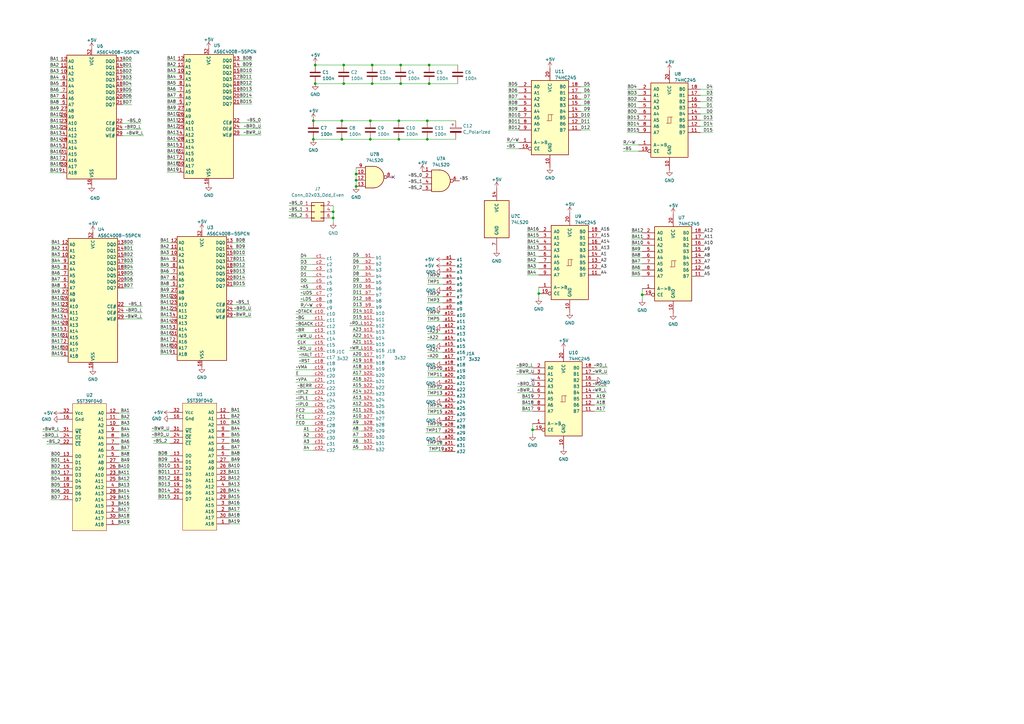
<source format=kicad_sch>
(kicad_sch (version 20211123) (generator eeschema)
  (paper "A3")
  (junction (at 151.892 57.15))
  (junction (at 128.524 49.53))
  (junction (at 164.338 34.29))
  (junction (at 140.208 49.53))
  (junction (at 176.022 34.29))
  (junction (at 140.97 34.29))
  (junction (at 136.652 89.408))
  (junction (at 163.576 49.53))
  (junction (at 140.208 57.15))
  (junction (at 218.44 176.276))
  (junction (at 163.576 57.15))
  (junction (at 129.286 26.67))
  (junction (at 128.524 57.15))
  (junction (at 176.022 26.67))
  (junction (at 220.98 120.396))
  (junction (at 151.892 49.53))
  (junction (at 146.05 71.374))
  (junction (at 152.654 34.29))
  (junction (at 136.652 86.868))
  (junction (at 164.338 26.67))
  (junction (at 146.05 76.454))
  (junction (at 175.26 57.15))
  (junction (at 140.97 26.67))
  (junction (at 129.286 34.29))
  (junction (at 175.26 49.53))
  (junction (at 146.05 73.914))
  (junction (at 152.654 26.67))
  (junction (at 263.398 120.904))
  (no_connect (at 161.29 72.644))
  (no_connect (at 218.44 155.956))
  (wire (pts (xy 121.285 174.498) (xy 128.27 174.498)))
  (wire (pts (xy 72.898 42.672) (xy 68.453 42.672)))
  (wire (pts (xy 292.354 36.576) (xy 287.274 36.576)))
  (wire (pts (xy 70.104 130.048) (xy 65.659 130.048)))
  (wire (pts (xy 148.463 148.844) (xy 144.653 148.844)))
  (wire (pts (xy 48.768 177.038) (xy 53.213 177.038)))
  (wire (pts (xy 140.97 26.67) (xy 152.654 26.67)))
  (wire (pts (xy 175.26 167.386) (xy 181.61 167.386)))
  (wire (pts (xy 212.217 158.496) (xy 218.44 158.496)))
  (wire (pts (xy 248.285 163.576) (xy 243.84 163.576)))
  (wire (pts (xy 148.463 125.984) (xy 144.653 125.984)))
  (wire (pts (xy 98.298 24.892) (xy 103.378 24.892)))
  (wire (pts (xy 151.892 49.53) (xy 163.576 49.53)))
  (wire (pts (xy 72.898 29.972) (xy 68.453 29.972)))
  (wire (pts (xy 69.85 186.944) (xy 64.77 186.944)))
  (wire (pts (xy 207.772 58.42) (xy 212.852 58.42)))
  (wire (pts (xy 95.504 104.648) (xy 100.584 104.648)))
  (wire (pts (xy 93.98 194.564) (xy 98.425 194.564)))
  (wire (pts (xy 50.292 53.086) (xy 57.912 53.086)))
  (wire (pts (xy 98.298 37.592) (xy 103.378 37.592)))
  (wire (pts (xy 175.26 129.286) (xy 181.61 129.286)))
  (wire (pts (xy 25.4 130.81) (xy 20.955 130.81)))
  (wire (pts (xy 93.98 176.784) (xy 98.425 176.784)))
  (wire (pts (xy 292.354 41.656) (xy 287.274 41.656)))
  (wire (pts (xy 20.828 192.278) (xy 24.638 192.278)))
  (wire (pts (xy 148.463 131.064) (xy 144.653 131.064)))
  (wire (pts (xy 72.898 57.912) (xy 68.453 57.912)))
  (wire (pts (xy 121.92 144.018) (xy 128.27 144.018)))
  (wire (pts (xy 148.463 146.304) (xy 144.653 146.304)))
  (wire (pts (xy 218.44 173.736) (xy 218.44 176.276)))
  (wire (pts (xy 175.895 185.166) (xy 181.61 185.166)))
  (wire (pts (xy 48.768 212.598) (xy 53.213 212.598)))
  (wire (pts (xy 175.26 154.686) (xy 181.61 154.686)))
  (wire (pts (xy 122.555 146.558) (xy 128.27 146.558)))
  (wire (pts (xy 123.19 108.458) (xy 128.27 108.458)))
  (wire (pts (xy 48.768 194.818) (xy 53.213 194.818)))
  (wire (pts (xy 93.98 179.324) (xy 98.425 179.324)))
  (wire (pts (xy 20.828 202.438) (xy 24.638 202.438)))
  (wire (pts (xy 121.285 161.798) (xy 128.27 161.798)))
  (wire (pts (xy 72.898 24.892) (xy 68.453 24.892)))
  (wire (pts (xy 25.4 120.65) (xy 20.955 120.65)))
  (wire (pts (xy 164.338 34.29) (xy 176.022 34.29)))
  (wire (pts (xy 123.19 110.998) (xy 128.27 110.998)))
  (wire (pts (xy 70.104 127.508) (xy 65.659 127.508)))
  (wire (pts (xy 121.285 151.638) (xy 128.27 151.638)))
  (wire (pts (xy 93.98 199.644) (xy 98.425 199.644)))
  (wire (pts (xy 70.104 117.348) (xy 65.659 117.348)))
  (wire (pts (xy 123.19 116.078) (xy 128.27 116.078)))
  (wire (pts (xy 24.892 32.766) (xy 20.447 32.766)))
  (wire (pts (xy 54.61 113.03) (xy 50.8 113.03)))
  (wire (pts (xy 48.768 215.138) (xy 53.213 215.138)))
  (wire (pts (xy 136.652 84.328) (xy 136.652 86.868)))
  (wire (pts (xy 129.286 26.67) (xy 140.97 26.67)))
  (wire (pts (xy 93.98 197.104) (xy 98.425 197.104)))
  (wire (pts (xy 218.44 168.656) (xy 213.995 168.656)))
  (wire (pts (xy 50.8 128.27) (xy 58.42 128.27)))
  (wire (pts (xy 25.4 115.57) (xy 20.955 115.57)))
  (wire (pts (xy 148.463 138.684) (xy 144.653 138.684)))
  (wire (pts (xy 24.892 40.386) (xy 20.447 40.386)))
  (wire (pts (xy 98.298 40.132) (xy 103.378 40.132)))
  (wire (pts (xy 72.898 27.432) (xy 68.453 27.432)))
  (wire (pts (xy 292.354 39.116) (xy 287.274 39.116)))
  (wire (pts (xy 152.654 34.29) (xy 164.338 34.29)))
  (wire (pts (xy 263.398 113.284) (xy 258.953 113.284)))
  (wire (pts (xy 175.26 182.626) (xy 181.61 182.626)))
  (wire (pts (xy 72.898 35.052) (xy 68.453 35.052)))
  (wire (pts (xy 257.302 44.196) (xy 261.874 44.196)))
  (wire (pts (xy 69.85 194.564) (xy 64.77 194.564)))
  (wire (pts (xy 93.98 181.864) (xy 98.425 181.864)))
  (wire (pts (xy 69.85 192.024) (xy 64.77 192.024)))
  (wire (pts (xy 148.463 128.524) (xy 144.653 128.524)))
  (wire (pts (xy 121.285 164.338) (xy 128.27 164.338)))
  (wire (pts (xy 208.407 48.26) (xy 212.852 48.26)))
  (wire (pts (xy 212.852 40.64) (xy 208.407 40.64)))
  (wire (pts (xy 148.463 179.324) (xy 144.653 179.324)))
  (wire (pts (xy 148.463 105.664) (xy 144.653 105.664)))
  (wire (pts (xy 140.208 57.15) (xy 151.892 57.15)))
  (wire (pts (xy 20.828 189.738) (xy 24.638 189.738)))
  (wire (pts (xy 257.302 39.116) (xy 261.874 39.116)))
  (wire (pts (xy 54.102 30.226) (xy 50.292 30.226)))
  (wire (pts (xy 175.26 144.526) (xy 181.61 144.526)))
  (wire (pts (xy 263.398 110.744) (xy 258.953 110.744)))
  (wire (pts (xy 72.898 32.512) (xy 68.453 32.512)))
  (wire (pts (xy 176.022 34.29) (xy 187.706 34.29)))
  (wire (pts (xy 257.175 51.816) (xy 261.874 51.816)))
  (wire (pts (xy 98.298 55.372) (xy 107.188 55.372)))
  (wire (pts (xy 72.898 70.612) (xy 68.453 70.612)))
  (wire (pts (xy 174.625 177.546) (xy 181.61 177.546)))
  (wire (pts (xy 20.828 194.818) (xy 24.638 194.818)))
  (wire (pts (xy 93.98 192.024) (xy 98.425 192.024)))
  (wire (pts (xy 248.285 168.656) (xy 243.84 168.656)))
  (wire (pts (xy 24.892 45.466) (xy 20.447 45.466)))
  (wire (pts (xy 121.92 159.258) (xy 128.27 159.258)))
  (wire (pts (xy 175.26 131.826) (xy 181.61 131.826)))
  (wire (pts (xy 50.292 55.626) (xy 58.928 55.626)))
  (wire (pts (xy 70.104 104.648) (xy 65.659 104.648)))
  (wire (pts (xy 148.463 164.084) (xy 144.653 164.084)))
  (wire (pts (xy 128.27 179.578) (xy 124.46 179.578)))
  (wire (pts (xy 72.898 45.212) (xy 68.453 45.212)))
  (wire (pts (xy 292.354 54.356) (xy 287.274 54.356)))
  (wire (pts (xy 148.463 159.004) (xy 144.653 159.004)))
  (wire (pts (xy 72.898 62.992) (xy 68.453 62.992)))
  (wire (pts (xy 70.104 124.968) (xy 65.659 124.968)))
  (wire (pts (xy 93.98 209.804) (xy 98.425 209.804)))
  (wire (pts (xy 242.062 40.64) (xy 238.252 40.64)))
  (wire (pts (xy 148.463 171.704) (xy 144.653 171.704)))
  (wire (pts (xy 98.298 35.052) (xy 103.378 35.052)))
  (wire (pts (xy 121.285 136.398) (xy 128.27 136.398)))
  (wire (pts (xy 70.104 109.728) (xy 65.659 109.728)))
  (wire (pts (xy 128.524 57.15) (xy 140.208 57.15)))
  (wire (pts (xy 128.27 177.038) (xy 124.46 177.038)))
  (wire (pts (xy 220.98 120.396) (xy 220.98 122.301)))
  (wire (pts (xy 48.768 202.438) (xy 53.213 202.438)))
  (wire (pts (xy 128.27 184.658) (xy 124.46 184.658)))
  (wire (pts (xy 248.285 166.116) (xy 243.84 166.116)))
  (wire (pts (xy 48.768 189.738) (xy 53.213 189.738)))
  (wire (pts (xy 98.298 29.972) (xy 103.378 29.972)))
  (wire (pts (xy 25.4 102.87) (xy 20.955 102.87)))
  (wire (pts (xy 121.285 133.858) (xy 128.27 133.858)))
  (wire (pts (xy 123.19 126.238) (xy 128.27 126.238)))
  (wire (pts (xy 70.104 142.748) (xy 65.659 142.748)))
  (wire (pts (xy 208.407 43.18) (xy 212.852 43.18)))
  (wire (pts (xy 208.407 50.8) (xy 212.852 50.8)))
  (wire (pts (xy 121.285 171.958) (xy 128.27 171.958)))
  (wire (pts (xy 148.463 166.624) (xy 144.653 166.624)))
  (wire (pts (xy 48.768 207.518) (xy 53.213 207.518)))
  (wire (pts (xy 257.302 46.736) (xy 261.874 46.736)))
  (wire (pts (xy 24.892 65.786) (xy 20.447 65.786)))
  (wire (pts (xy 54.61 110.49) (xy 50.8 110.49)))
  (wire (pts (xy 242.062 53.34) (xy 238.252 53.34)))
  (wire (pts (xy 208.407 45.72) (xy 212.852 45.72)))
  (wire (pts (xy 248.793 161.036) (xy 243.84 161.036)))
  (wire (pts (xy 48.768 182.118) (xy 53.213 182.118)))
  (wire (pts (xy 93.98 214.884) (xy 98.425 214.884)))
  (wire (pts (xy 25.4 138.43) (xy 20.955 138.43)))
  (wire (pts (xy 249.174 153.416) (xy 243.84 153.416)))
  (wire (pts (xy 72.898 68.072) (xy 68.453 68.072)))
  (wire (pts (xy 211.836 150.876) (xy 218.44 150.876)))
  (wire (pts (xy 175.26 121.666) (xy 181.61 121.666)))
  (wire (pts (xy 24.892 25.146) (xy 20.447 25.146)))
  (wire (pts (xy 93.98 184.404) (xy 98.425 184.404)))
  (wire (pts (xy 54.102 27.686) (xy 50.292 27.686)))
  (wire (pts (xy 263.398 118.364) (xy 263.398 120.904)))
  (wire (pts (xy 148.463 176.784) (xy 144.653 176.784)))
  (wire (pts (xy 148.463 115.824) (xy 144.653 115.824)))
  (wire (pts (xy 98.298 32.512) (xy 103.378 32.512)))
  (wire (pts (xy 50.8 125.73) (xy 58.42 125.73)))
  (wire (pts (xy 17.399 179.578) (xy 24.638 179.578)))
  (wire (pts (xy 95.504 109.728) (xy 100.584 109.728)))
  (wire (pts (xy 95.504 102.108) (xy 100.584 102.108)))
  (wire (pts (xy 216.154 107.696) (xy 220.98 107.696)))
  (wire (pts (xy 292.354 44.196) (xy 287.274 44.196)))
  (wire (pts (xy 54.61 118.11) (xy 50.8 118.11)))
  (wire (pts (xy 24.892 70.866) (xy 20.447 70.866)))
  (wire (pts (xy 242.062 38.1) (xy 238.252 38.1)))
  (wire (pts (xy 175.26 49.53) (xy 186.944 49.53)))
  (wire (pts (xy 263.398 120.904) (xy 263.398 122.809)))
  (wire (pts (xy 128.524 49.53) (xy 140.208 49.53)))
  (wire (pts (xy 72.898 52.832) (xy 68.453 52.832)))
  (wire (pts (xy 25.4 110.49) (xy 20.955 110.49)))
  (wire (pts (xy 263.398 103.124) (xy 258.953 103.124)))
  (wire (pts (xy 121.285 131.318) (xy 128.27 131.318)))
  (wire (pts (xy 218.44 163.576) (xy 213.995 163.576)))
  (wire (pts (xy 122.555 149.098) (xy 128.27 149.098)))
  (wire (pts (xy 98.298 50.292) (xy 107.061 50.292)))
  (wire (pts (xy 93.98 169.164) (xy 98.425 169.164)))
  (wire (pts (xy 72.898 55.372) (xy 68.453 55.372)))
  (wire (pts (xy 69.85 197.104) (xy 64.77 197.104)))
  (wire (pts (xy 48.768 199.898) (xy 53.213 199.898)))
  (wire (pts (xy 20.828 199.898) (xy 24.638 199.898)))
  (wire (pts (xy 175.26 175.006) (xy 181.61 175.006)))
  (wire (pts (xy 216.154 110.236) (xy 220.98 110.236)))
  (wire (pts (xy 257.175 49.276) (xy 261.874 49.276)))
  (wire (pts (xy 292.354 49.276) (xy 287.274 49.276)))
  (wire (pts (xy 143.383 143.764) (xy 148.463 143.764)))
  (wire (pts (xy 103.378 42.672) (xy 98.298 42.672)))
  (wire (pts (xy 54.102 35.306) (xy 50.292 35.306)))
  (wire (pts (xy 164.338 26.67) (xy 176.022 26.67)))
  (wire (pts (xy 70.104 137.668) (xy 65.659 137.668)))
  (wire (pts (xy 121.285 154.178) (xy 128.27 154.178)))
  (wire (pts (xy 257.175 54.356) (xy 261.874 54.356)))
  (wire (pts (xy 48.768 187.198) (xy 53.213 187.198)))
  (wire (pts (xy 148.463 136.144) (xy 144.653 136.144)))
  (wire (pts (xy 220.98 117.856) (xy 220.98 120.396)))
  (wire (pts (xy 175.26 162.306) (xy 181.61 162.306)))
  (wire (pts (xy 20.828 197.358) (xy 24.638 197.358)))
  (wire (pts (xy 24.892 42.926) (xy 20.447 42.926)))
  (wire (pts (xy 143.383 133.604) (xy 148.463 133.604)))
  (wire (pts (xy 211.836 153.416) (xy 218.44 153.416)))
  (wire (pts (xy 25.4 146.05) (xy 20.955 146.05)))
  (wire (pts (xy 24.892 50.546) (xy 20.447 50.546)))
  (wire (pts (xy 163.576 49.53) (xy 175.26 49.53)))
  (wire (pts (xy 72.898 50.292) (xy 68.453 50.292)))
  (wire (pts (xy 25.4 118.11) (xy 20.955 118.11)))
  (wire (pts (xy 148.463 156.464) (xy 144.653 156.464)))
  (wire (pts (xy 146.05 71.374) (xy 146.05 73.914)))
  (wire (pts (xy 212.852 38.1) (xy 208.407 38.1)))
  (wire (pts (xy 72.898 47.752) (xy 68.453 47.752)))
  (wire (pts (xy 93.98 186.944) (xy 98.425 186.944)))
  (wire (pts (xy 242.062 50.8) (xy 238.252 50.8)))
  (wire (pts (xy 263.398 105.664) (xy 258.953 105.664)))
  (wire (pts (xy 175.26 124.206) (xy 181.61 124.206)))
  (wire (pts (xy 176.022 26.67) (xy 187.706 26.67)))
  (wire (pts (xy 93.98 189.484) (xy 98.425 189.484)))
  (wire (pts (xy 70.104 102.108) (xy 65.659 102.108)))
  (wire (pts (xy 216.154 112.776) (xy 220.98 112.776)))
  (wire (pts (xy 69.85 176.784) (xy 62.23 176.784)))
  (wire (pts (xy 216.154 100.076) (xy 220.98 100.076)))
  (wire (pts (xy 128.524 49.022) (xy 128.524 49.53)))
  (wire (pts (xy 121.285 128.778) (xy 128.27 128.778)))
  (wire (pts (xy 123.19 118.618) (xy 128.27 118.618)))
  (wire (pts (xy 25.4 123.19) (xy 20.955 123.19)))
  (wire (pts (xy 24.892 30.226) (xy 20.447 30.226)))
  (wire (pts (xy 17.399 177.038) (xy 24.638 177.038)))
  (wire (pts (xy 24.892 68.326) (xy 20.447 68.326)))
  (wire (pts (xy 25.4 143.51) (xy 20.955 143.51)))
  (wire (pts (xy 70.104 140.208) (xy 65.659 140.208)))
  (wire (pts (xy 93.98 212.344) (xy 98.425 212.344)))
  (wire (pts (xy 93.98 202.184) (xy 98.425 202.184)))
  (wire (pts (xy 95.504 107.188) (xy 100.584 107.188)))
  (wire (pts (xy 54.102 37.846) (xy 50.292 37.846)))
  (wire (pts (xy 148.463 151.384) (xy 144.653 151.384)))
  (wire (pts (xy 24.892 27.686) (xy 20.447 27.686)))
  (wire (pts (xy 48.768 210.058) (xy 53.213 210.058)))
  (wire (pts (xy 69.85 204.724) (xy 64.77 204.724)))
  (wire (pts (xy 54.102 32.766) (xy 50.292 32.766)))
  (wire (pts (xy 20.828 187.198) (xy 24.638 187.198)))
  (wire (pts (xy 48.768 174.498) (xy 53.213 174.498)))
  (wire (pts (xy 248.92 158.496) (xy 243.84 158.496)))
  (wire (pts (xy 25.4 135.89) (xy 20.955 135.89)))
  (wire (pts (xy 292.354 46.736) (xy 287.274 46.736)))
  (wire (pts (xy 148.463 113.284) (xy 144.653 113.284)))
  (wire (pts (xy 69.85 189.484) (xy 64.77 189.484)))
  (wire (pts (xy 48.768 204.978) (xy 53.213 204.978)))
  (wire (pts (xy 25.4 125.73) (xy 20.955 125.73)))
  (wire (pts (xy 148.463 123.444) (xy 144.653 123.444)))
  (wire (pts (xy 50.292 50.546) (xy 57.912 50.546)))
  (wire (pts (xy 129.286 26.162) (xy 129.286 26.67)))
  (wire (pts (xy 175.26 159.766) (xy 181.61 159.766)))
  (wire (pts (xy 175.26 152.146) (xy 181.61 152.146)))
  (wire (pts (xy 121.285 166.878) (xy 128.27 166.878)))
  (wire (pts (xy 54.102 25.146) (xy 50.292 25.146)))
  (wire (pts (xy 93.98 171.704) (xy 98.425 171.704)))
  (wire (pts (xy 25.4 100.33) (xy 20.955 100.33)))
  (wire (pts (xy 263.398 95.504) (xy 258.953 95.504)))
  (wire (pts (xy 70.104 122.428) (xy 65.659 122.428)))
  (wire (pts (xy 216.154 105.156) (xy 220.98 105.156)))
  (wire (pts (xy 148.463 181.864) (xy 144.653 181.864)))
  (wire (pts (xy 163.576 57.15) (xy 175.26 57.15)))
  (wire (pts (xy 98.298 52.832) (xy 107.188 52.832)))
  (wire (pts (xy 19.05 182.118) (xy 24.638 182.118)))
  (wire (pts (xy 24.892 53.086) (xy 20.447 53.086)))
  (wire (pts (xy 148.463 184.404) (xy 144.653 184.404)))
  (wire (pts (xy 146.05 73.914) (xy 146.05 76.454)))
  (wire (pts (xy 25.4 113.03) (xy 20.955 113.03)))
  (wire (pts (xy 50.8 130.81) (xy 58.42 130.81)))
  (wire (pts (xy 121.92 141.478) (xy 128.27 141.478)))
  (wire (pts (xy 54.102 40.386) (xy 50.292 40.386)))
  (wire (pts (xy 48.768 192.278) (xy 53.213 192.278)))
  (wire (pts (xy 148.463 169.164) (xy 144.653 169.164)))
  (wire (pts (xy 93.98 207.264) (xy 98.425 207.264)))
  (wire (pts (xy 216.154 94.996) (xy 220.98 94.996)))
  (wire (pts (xy 121.92 138.938) (xy 128.27 138.938)))
  (wire (pts (xy 70.104 99.568) (xy 65.659 99.568)))
  (wire (pts (xy 152.654 26.67) (xy 164.338 26.67)))
  (wire (pts (xy 140.208 49.53) (xy 151.892 49.53)))
  (wire (pts (xy 25.4 107.95) (xy 20.955 107.95)))
  (wire (pts (xy 175.26 169.926) (xy 181.61 169.926)))
  (wire (pts (xy 118.491 86.868) (xy 123.952 86.868)))
  (wire (pts (xy 48.768 179.578) (xy 53.213 179.578)))
  (wire (pts (xy 24.892 58.166) (xy 20.447 58.166)))
  (wire (pts (xy 216.154 97.536) (xy 220.98 97.536)))
  (wire (pts (xy 148.463 108.204) (xy 144.653 108.204)))
  (wire (pts (xy 121.285 169.418) (xy 128.27 169.418)))
  (wire (pts (xy 136.652 89.408) (xy 136.652 91.186)))
  (wire (pts (xy 24.892 37.846) (xy 20.447 37.846)))
  (wire (pts (xy 70.104 135.128) (xy 65.659 135.128)))
  (wire (pts (xy 95.504 127.508) (xy 103.124 127.508)))
  (wire (pts (xy 25.4 140.97) (xy 20.955 140.97)))
  (wire (pts (xy 25.4 105.41) (xy 20.955 105.41)))
  (wire (pts (xy 24.892 63.246) (xy 20.447 63.246)))
  (wire (pts (xy 25.4 128.27) (xy 20.955 128.27)))
  (wire (pts (xy 69.85 179.324) (xy 62.23 179.324)))
  (wire (pts (xy 69.85 199.644) (xy 64.77 199.644)))
  (wire (pts (xy 72.898 37.592) (xy 68.453 37.592)))
  (wire (pts (xy 255.524 61.976) (xy 261.874 61.976)))
  (wire (pts (xy 98.298 27.432) (xy 103.378 27.432)))
  (wire (pts (xy 70.104 119.888) (xy 65.659 119.888)))
  (wire (pts (xy 151.892 57.15) (xy 163.576 57.15)))
  (wire (pts (xy 118.364 89.408) (xy 123.952 89.408)))
  (wire (pts (xy 249.174 150.876) (xy 243.84 150.876)))
  (wire (pts (xy 123.19 105.918) (xy 128.27 105.918)))
  (wire (pts (xy 148.463 161.544) (xy 144.653 161.544)))
  (wire (pts (xy 70.104 132.588) (xy 65.659 132.588)))
  (wire (pts (xy 70.104 112.268) (xy 65.659 112.268)))
  (wire (pts (xy 136.652 86.868) (xy 136.652 89.408)))
  (wire (pts (xy 148.463 174.244) (xy 144.653 174.244)))
  (wire (pts (xy 129.286 34.29) (xy 140.97 34.29)))
  (wire (pts (xy 118.491 84.328) (xy 123.952 84.328)))
  (wire (pts (xy 128.27 182.118) (xy 124.46 182.118)))
  (wire (pts (xy 218.44 176.276) (xy 218.44 178.181)))
  (wire (pts (xy 212.217 161.036) (xy 218.44 161.036)))
  (wire (pts (xy 292.354 51.816) (xy 287.274 51.816)))
  (wire (pts (xy 72.898 65.532) (xy 68.453 65.532)))
  (wire (pts (xy 20.828 204.978) (xy 24.638 204.978)))
  (wire (pts (xy 93.98 174.244) (xy 98.425 174.244)))
  (wire (pts (xy 24.892 60.706) (xy 20.447 60.706)))
  (wire (pts (xy 175.26 139.446) (xy 181.61 139.446)))
  (wire (pts (xy 255.524 59.436) (xy 261.874 59.436)))
  (wire (pts (xy 54.61 100.33) (xy 50.8 100.33)))
  (wire (pts (xy 242.062 48.26) (xy 238.252 48.26)))
  (wire (pts (xy 121.285 156.718) (xy 128.27 156.718)))
  (wire (pts (xy 175.26 114.046) (xy 181.61 114.046)))
  (wire (pts (xy 257.302 41.656) (xy 261.874 41.656)))
  (wire (pts (xy 48.768 171.958) (xy 53.213 171.958)))
  (wire (pts (xy 216.154 102.616) (xy 220.98 102.616)))
  (wire (pts (xy 148.463 141.224) (xy 144.653 141.224)))
  (wire (pts (xy 54.61 107.95) (xy 50.8 107.95)))
  (wire (pts (xy 242.062 43.18) (xy 238.252 43.18)))
  (wire (pts (xy 263.398 108.204) (xy 258.953 108.204)))
  (wire (pts (xy 69.85 181.864) (xy 62.865 181.864)))
  (wire (pts (xy 257.302 36.576) (xy 261.874 36.576)))
  (wire (pts (xy 212.852 35.56) (xy 208.407 35.56)))
  (wire (pts (xy 242.062 35.56) (xy 238.252 35.56)))
  (wire (pts (xy 95.504 114.808) (xy 100.584 114.808)))
  (wire (pts (xy 148.463 110.744) (xy 144.653 110.744)))
  (wire (pts (xy 48.768 197.358) (xy 53.213 197.358)))
  (wire (pts (xy 175.26 116.586) (xy 181.61 116.586)))
  (wire (pts (xy 123.19 123.698) (xy 128.27 123.698)))
  (wire (pts (xy 54.61 115.57) (xy 50.8 115.57)))
  (wire (pts (xy 54.61 102.87) (xy 50.8 102.87)))
  (wire (pts (xy 263.398 98.044) (xy 258.953 98.044)))
  (wire (pts (xy 95.504 112.268) (xy 100.584 112.268)))
  (wire (pts (xy 54.61 105.41) (xy 50.8 105.41)))
  (wire (pts (xy 24.892 55.626) (xy 20.447 55.626)))
  (wire (pts (xy 95.504 117.348) (xy 100.584 117.348)))
  (wire (pts (xy 48.768 169.418) (xy 53.213 169.418)))
  (wire (pts (xy 123.19 113.538) (xy 128.27 113.538)))
  (wire (pts (xy 69.85 202.184) (xy 64.77 202.184)))
  (wire (pts (xy 207.772 60.96) (xy 212.852 60.96)))
  (wire (pts (xy 95.504 99.568) (xy 100.584 99.568)))
  (wire (pts (xy 242.062 45.72) (xy 238.252 45.72)))
  (wire (pts (xy 95.504 130.048) (xy 103.124 130.048)))
  (wire (pts (xy 148.463 118.364) (xy 144.653 118.364)))
  (wire (pts (xy 72.898 40.132) (xy 68.453 40.132)))
  (wire (pts (xy 70.104 107.188) (xy 65.659 107.188)))
  (wire (pts (xy 175.26 57.15) (xy 186.944 57.15)))
  (wire (pts (xy 175.26 147.066) (xy 181.61 147.066)))
  (wire (pts (xy 48.768 184.658) (xy 53.213 184.658)))
  (wire (pts (xy 148.463 120.904) (xy 144.653 120.904)))
  (wire (pts (xy 70.104 114.808) (xy 65.659 114.808)))
  (wire (pts (xy 218.44 166.116) (xy 213.995 166.116)))
  (wire (pts (xy 123.19 121.158) (xy 128.27 121.158)))
  (wire (pts (xy 24.892 48.006) (xy 20.447 48.006)))
  (wire (pts (xy 54.102 42.926) (xy 50.292 42.926)))
  (wire (pts (xy 208.407 53.34) (xy 212.852 53.34)))
  (wire (pts (xy 93.98 204.724) (xy 98.425 204.724)))
  (wire (pts (xy 146.05 68.834) (xy 146.05 71.374)))
  (wire (pts (xy 70.104 145.288) (xy 65.659 145.288)))
  (wire (pts (xy 148.463 153.924) (xy 144.653 153.924)))
  (wire (pts (xy 72.898 60.452) (xy 68.453 60.452)))
  (wire (pts (xy 25.4 133.35) (xy 20.955 133.35)))
  (wire (pts (xy 263.398 100.584) (xy 258.953 100.584)))
  (wire (pts (xy 140.97 34.29) (xy 152.654 34.29)))
  (wire (pts (xy 175.26 136.906) (xy 181.61 136.906)))
  (wire (pts (xy 95.504 124.968) (xy 102.489 124.968)))
  (wire (pts (xy 24.892 35.306) (xy 20.447 35.306)))
  (label "A23" (at 144.653 136.144 0))
  (label "~LDS" (at 123.19 123.698 0))
  (label "~BS" (at 255.524 61.976 0))
  (label "D0" (at 123.19 116.078 0))
  (label "BA15" (at 65.659 135.128 0))
  (label "A11" (at 144.653 169.164 0))
  (label "TMP17" (at 174.625 177.546 0))
  (label "BD10" (at 103.378 29.972 180))
  (label "BD11" (at 64.77 194.564 0))
  (label "A9" (at 144.653 174.244 0))
  (label "A16" (at 246.38 94.996 0))
  (label "BD13" (at 257.175 49.276 0))
  (label "D8" (at 144.653 113.284 0))
  (label "BA2" (at 216.154 107.696 0))
  (label "BD12" (at 208.407 53.34 0))
  (label "D9" (at 144.653 115.824 0))
  (label "BA19" (at 20.955 146.05 0))
  (label "BA15" (at 216.154 97.536 0))
  (label "A7" (at 144.653 179.324 0))
  (label "~WR_U" (at 249.174 153.416 180))
  (label "BA10" (at 98.425 192.024 180))
  (label "BA6" (at 20.955 113.03 0))
  (label "~BRD_L" (at 58.42 128.27 180))
  (label "A15" (at 246.38 97.536 0))
  (label "A22" (at 144.653 138.684 0))
  (label "BA19" (at 20.447 70.866 0))
  (label "BA15" (at 20.447 60.706 0))
  (label "BD7" (at 20.828 204.978 0))
  (label "BA6" (at 20.447 37.846 0))
  (label "BA11" (at 258.953 98.044 0))
  (label "A11" (at 288.798 98.044 0))
  (label "~RD_L" (at 143.383 133.604 0))
  (label "~BWR_U" (at 103.124 130.048 180))
  (label "BA13" (at 53.213 199.898 180))
  (label "A17" (at 144.653 153.924 0))
  (label "A8" (at 288.798 105.664 0))
  (label "BA5" (at 68.453 35.052 0))
  (label "R{slash}~W" (at 255.524 59.436 0))
  (label "A5" (at 144.653 184.404 0))
  (label "BA7" (at 68.453 40.132 0))
  (label "BA3" (at 20.955 105.41 0))
  (label "TMP14" (at 175.26 167.386 0))
  (label "A3" (at 124.46 182.118 0))
  (label "BA9" (at 53.213 189.738 180))
  (label "BA3" (at 20.447 30.226 0))
  (label "BA4" (at 98.425 176.784 180))
  (label "BA10" (at 20.955 123.19 0))
  (label "A21" (at 144.653 141.224 0))
  (label "BA13" (at 65.659 130.048 0))
  (label "BA19" (at 98.425 214.884 180))
  (label "BD10" (at 100.584 104.648 180))
  (label "TMP0" (at 175.26 114.046 0))
  (label "BA17" (at 65.659 140.208 0))
  (label "BA18" (at 53.213 212.598 180))
  (label "~BS_0" (at 107.061 50.292 180))
  (label "BA3" (at 98.425 174.244 180))
  (label "BD1" (at 54.61 102.87 180))
  (label "TMP16" (at 175.26 175.006 0))
  (label "D6" (at 144.653 108.204 0))
  (label "BD0" (at 257.302 46.736 0))
  (label "CLK" (at 121.92 141.478 0))
  (label "BA19" (at 213.995 163.576 0))
  (label "BD15" (at 103.378 42.672 180))
  (label "BD4" (at 54.61 110.49 180))
  (label "BA13" (at 68.453 55.372 0))
  (label "BA18" (at 68.453 68.072 0))
  (label "A17" (at 248.285 168.656 180))
  (label "BA1" (at 216.154 105.156 0))
  (label "BD4" (at 20.828 197.358 0))
  (label "BA3" (at 65.659 104.648 0))
  (label "BA9" (at 258.953 103.124 0))
  (label "BD12" (at 103.378 35.052 180))
  (label "BA1" (at 68.453 24.892 0))
  (label "BA11" (at 20.955 125.73 0))
  (label "BD6" (at 208.407 38.1 0))
  (label "A18" (at 248.285 166.116 180))
  (label "BD10" (at 64.77 192.024 0))
  (label "BD5" (at 20.828 199.898 0))
  (label "BA14" (at 20.447 58.166 0))
  (label "A10" (at 144.653 171.704 0))
  (label "BA8" (at 20.955 118.11 0))
  (label "BA1" (at 20.447 25.146 0))
  (label "D4" (at 123.19 105.918 0))
  (label "BA9" (at 20.955 120.65 0))
  (label "~BRD_U" (at 62.23 179.324 0))
  (label "BA12" (at 258.953 95.504 0))
  (label "BD8" (at 64.77 186.944 0))
  (label "BA12" (at 65.659 127.508 0))
  (label "A19" (at 144.653 148.844 0))
  (label "BA17" (at 53.213 210.058 180))
  (label "FC2" (at 121.285 169.418 0))
  (label "A12" (at 144.653 166.624 0))
  (label "A5" (at 288.798 113.284 0))
  (label "BA19" (at 65.659 145.288 0))
  (label "BD14" (at 100.584 114.808 180))
  (label "A14" (at 246.38 100.076 0))
  (label "BD5" (at 54.102 37.846 180))
  (label "BA5" (at 65.659 109.728 0))
  (label "BA12" (at 20.955 128.27 0))
  (label "BA3" (at 216.154 110.236 0))
  (label "~IPL0" (at 121.285 166.878 0))
  (label "BA11" (at 20.447 50.546 0))
  (label "D6" (at 242.062 38.1 180))
  (label "BD0" (at 20.828 187.198 0))
  (label "~BWR_U" (at 107.188 55.372 180))
  (label "BD11" (at 208.407 50.8 0))
  (label "BA6" (at 258.953 110.744 0))
  (label "BA7" (at 258.953 108.204 0))
  (label "~BS_2" (at 173.228 77.978 180))
  (label "BA18" (at 20.955 143.51 0))
  (label "BA8" (at 258.953 105.664 0))
  (label "D0" (at 292.354 46.736 180))
  (label "D12" (at 144.653 123.444 0))
  (label "BA2" (at 68.453 27.432 0))
  (label "D1" (at 123.19 113.538 0))
  (label "BA11" (at 65.659 124.968 0))
  (label "BA5" (at 20.955 110.49 0))
  (label "BD0" (at 54.61 100.33 180))
  (label "BA1" (at 20.955 100.33 0))
  (label "BA17" (at 213.995 168.656 0))
  (label "FC0" (at 121.285 174.498 0))
  (label "~BWR_L" (at 17.399 177.038 0))
  (label "BA18" (at 20.447 68.326 0))
  (label "BA16" (at 20.955 138.43 0))
  (label "BD14" (at 64.77 202.184 0))
  (label "TMP13" (at 175.26 162.306 0))
  (label "~BS_0" (at 118.491 84.328 0))
  (label "D12" (at 242.062 53.34 180))
  (label "BA3" (at 68.453 29.972 0))
  (label "D1" (at 292.354 44.196 180))
  (label "~VPA" (at 121.285 156.718 0))
  (label "BD3" (at 54.61 107.95 180))
  (label "FC1" (at 121.285 171.958 0))
  (label "BA17" (at 68.453 65.532 0))
  (label "BD14" (at 257.175 51.816 0))
  (label "TMP19" (at 175.895 185.166 0))
  (label "~BR" (at 121.285 136.398 0))
  (label "BD9" (at 100.584 102.108 180))
  (label "~BWR_L" (at 212.217 161.036 0))
  (label "D10" (at 242.062 48.26 180))
  (label "BA5" (at 20.447 35.306 0))
  (label "BD13" (at 100.584 112.268 180))
  (label "R{slash}~W" (at 123.19 126.238 0))
  (label "BA4" (at 65.659 107.188 0))
  (label "A20" (at 144.653 146.304 0))
  (label "A2" (at 246.38 107.696 0))
  (label "BA4" (at 20.955 107.95 0))
  (label "BD9" (at 64.77 189.484 0))
  (label "BA7" (at 98.425 184.404 180))
  (label "D5" (at 144.653 105.664 0))
  (label "A18" (at 144.653 151.384 0))
  (label "~BRD_L" (at 211.836 150.876 0))
  (label "~BS_1" (at 173.228 75.438 180))
  (label "BA7" (at 20.955 115.57 0))
  (label "BA14" (at 65.659 132.588 0))
  (label "~BS_0" (at 173.228 72.898 180))
  (label "D13" (at 292.354 49.276 180))
  (label "BA12" (at 68.453 52.832 0))
  (label "A1" (at 124.46 177.038 0))
  (label "~BRD_L" (at 17.399 179.578 0))
  (label "BA9" (at 98.425 189.484 180))
  (label "A9" (at 288.798 103.124 0))
  (label "~BS_0" (at 57.912 50.546 180))
  (label "~BRD_U" (at 107.188 52.832 180))
  (label "BD5" (at 54.61 113.03 180))
  (label "BD7" (at 54.61 118.11 180))
  (label "~BGACK" (at 121.285 133.858 0))
  (label "BA14" (at 98.425 202.184 180))
  (label "~BRD_L" (at 57.912 53.086 180))
  (label "A6" (at 144.653 181.864 0))
  (label "BD6" (at 20.828 202.438 0))
  (label "~BS_2" (at 118.364 89.408 0))
  (label "R{slash}~W" (at 207.772 58.42 0))
  (label "BA10" (at 65.659 122.428 0))
  (label "BD0" (at 54.102 25.146 180))
  (label "BD10" (at 208.407 48.26 0))
  (label "BD2" (at 20.828 192.278 0))
  (label "BD4" (at 54.102 35.306 180))
  (label "BD4" (at 257.302 36.576 0))
  (label "BD3" (at 54.102 32.766 180))
  (label "BA17" (at 20.955 140.97 0))
  (label "D14" (at 292.354 51.816 180))
  (label "A4" (at 124.46 184.658 0))
  (label "D3" (at 123.19 108.458 0))
  (label "BA16" (at 53.213 207.518 180))
  (label "D10" (at 144.653 118.364 0))
  (label "BA6" (at 53.213 182.118 180))
  (label "BD12" (at 100.584 109.728 180))
  (label "~BS" (at 207.772 60.96 0))
  (label "BA14" (at 20.955 133.35 0))
  (label "D14" (at 144.653 128.524 0))
  (label "BA15" (at 53.213 204.978 180))
  (label "A15" (at 144.653 159.004 0))
  (label "BD8" (at 103.378 24.892 180))
  (label "BA6" (at 65.659 112.268 0))
  (label "A14" (at 144.653 161.544 0))
  (label "~A20" (at 175.26 147.066 0))
  (label "BA7" (at 65.659 114.808 0))
  (label "~VMA" (at 121.285 151.638 0))
  (label "~BG" (at 121.285 131.318 0))
  (label "BA4" (at 216.154 112.776 0))
  (label "BD15" (at 64.77 204.724 0))
  (label "TMP1" (at 175.26 116.586 0))
  (label "D13" (at 144.653 125.984 0))
  (label "~A23" (at 175.26 136.906 0))
  (label "BA11" (at 98.425 194.564 180))
  (label "BA7" (at 53.213 184.658 180))
  (label "~BERR" (at 121.92 159.258 0))
  (label "BA11" (at 68.453 50.292 0))
  (label "BA10" (at 20.447 48.006 0))
  (label "BD14" (at 103.378 40.132 180))
  (label "A8" (at 144.653 176.784 0))
  (label "BD5" (at 208.407 35.56 0))
  (label "BA5" (at 98.425 179.324 180))
  (label "BD9" (at 208.407 45.72 0))
  (label "~DTACK" (at 121.285 128.778 0))
  (label "BA9" (at 68.453 45.212 0))
  (label "A19" (at 248.285 163.576 180))
  (label "~BS_1" (at 118.491 86.868 0))
  (label "BA18" (at 98.425 212.344 180))
  (label "A10" (at 288.798 100.584 0))
  (label "D15" (at 292.354 54.356 180))
  (label "BA2" (at 98.425 171.704 180))
  (label "BA14" (at 53.213 202.438 180))
  (label "BA5" (at 53.213 179.578 180))
  (label "D15" (at 144.653 131.064 0))
  (label "BA16" (at 65.659 137.668 0))
  (label "BD6" (at 54.102 40.386 180))
  (label "BA8" (at 98.425 186.944 180))
  (label "~BWR_L" (at 58.42 130.81 180))
  (label "BA13" (at 216.154 102.616 0))
  (label "BD11" (at 103.378 32.512 180))
  (label "~BS_2" (at 62.865 181.864 0))
  (label "BD2" (at 54.102 30.226 180))
  (label "A6" (at 288.798 110.744 0))
  (label "~UDS" (at 123.19 121.158 0))
  (label "BA2" (at 20.955 102.87 0))
  (label "TMP15" (at 175.26 169.926 0))
  (label "TMP11" (at 175.26 154.686 0))
  (label "BA12" (at 20.447 53.086 0))
  (label "BA1" (at 65.659 99.568 0))
  (label "BA1" (at 53.213 169.418 180))
  (label "BA5" (at 258.953 113.284 0))
  (label "D2" (at 123.19 110.998 0))
  (label "D11" (at 144.653 120.904 0))
  (label "~BWR_L" (at 58.928 55.626 180))
  (label "BA7" (at 20.447 40.386 0))
  (label "BD12" (at 64.77 197.104 0))
  (label "A7" (at 288.798 108.204 0))
  (label "BA2" (at 65.659 102.108 0))
  (label "A13" (at 246.38 102.616 0))
  (label "A1" (at 246.38 105.156 0))
  (label "BA10" (at 68.453 47.752 0))
  (label "BA18" (at 213.995 166.116 0))
  (label "BD8" (at 100.584 99.568 180))
  (label "BD1" (at 54.102 27.686 180))
  (label "~AS" (at 123.19 118.618 0))
  (label "D8" (at 242.062 43.18 180))
  (label "BA12" (at 98.425 197.104 180))
  (label "~WR_L" (at 248.793 161.036 180))
  (label "A2" (at 124.46 179.578 0))
  (label "TMP5" (at 175.26 131.826 0))
  (label "BA19" (at 53.213 215.138 180))
  (label "BA4" (at 68.453 32.512 0))
  (label "BA14" (at 216.154 100.076 0))
  (label "BA16" (at 68.453 62.992 0))
  (label "~BS_2" (at 19.05 182.118 0))
  (label "BD2" (at 54.61 105.41 180))
  (label "BD3" (at 20.828 194.818 0))
  (label "D3" (at 292.354 39.116 180))
  (label "BA4" (at 20.447 32.766 0))
  (label "~A21" (at 175.26 144.526 0))
  (label "A4" (at 246.38 112.776 0))
  (label "BA8" (at 20.447 42.926 0))
  (label "BD3" (at 257.302 39.116 0))
  (label "D2" (at 292.354 41.656 180))
  (label "~RD_U" (at 121.92 144.018 0))
  (label "~BRD_U" (at 103.124 127.508 180))
  (label "BD1" (at 257.302 44.196 0))
  (label "~IPL1" (at 121.285 164.338 0))
  (label "BA3" (at 53.213 174.498 180))
  (label "BA2" (at 20.447 27.686 0))
  (label "~IPL2" (at 121.285 161.798 0))
  (label "BA15" (at 20.955 135.89 0))
  (label "D9" (at 242.062 45.72 180))
  (label "A12" (at 288.798 95.504 0))
  (label "BA8" (at 65.659 117.348 0))
  (label "BD13" (at 64.77 199.644 0))
  (label "BA9" (at 20.447 45.466 0))
  (label "BA2" (at 53.213 171.958 180))
  (label "BD7" (at 54.102 42.926 180))
  (label "BA13" (at 20.955 130.81 0))
  (label "BA4" (at 53.213 177.038 180))
  (label "~BWR_U" (at 211.836 153.416 0))
  (label "BA13" (at 20.447 55.626 0))
  (label "BA19" (at 68.453 70.612 0))
  (label "BD13" (at 103.378 37.592 180))
  (label "D7" (at 242.062 40.64 180))
  (label "BA10" (at 53.213 192.278 180))
  (label "~WR_L" (at 143.383 143.764 0))
  (label "BA11" (at 53.213 194.818 180))
  (label "~RD_L" (at 249.174 150.876 180))
  (label "TMP3" (at 175.26 124.206 0))
  (label "BD9" (at 103.378 27.432 180))
  (label "BA8" (at 68.453 42.672 0))
  (label "D5" (at 242.062 35.56 180))
  (label "BA6" (at 98.425 181.864 180))
  (label "TMP10" (at 175.26 152.146 0))
  (label "~WR_U" (at 121.92 138.938 0))
  (label "BA17" (at 98.425 209.804 180))
  (label "~A22" (at 175.26 139.446 0))
  (label "BD15" (at 100.584 117.348 180))
  (label "BD6" (at 54.61 115.57 180))
  (label "TMP12" (at 175.26 159.766 0))
  (label "BA10" (at 258.953 100.584 0))
  (label "BA14" (at 68.453 57.912 0))
  (label "BA17" (at 20.447 65.786 0))
  (label "~BS_1" (at 102.489 124.968 180))
  (label "~BS_1" (at 58.42 125.73 180))
  (label "D7" (at 144.653 110.744 0))
  (label "BA1" (at 98.425 169.164 180))
  (label "TMP18" (at 175.26 182.626 0))
  (label "~RD_U" (at 248.92 158.496 180))
  (label "BA16" (at 20.447 63.246 0))
  (label "BA16" (at 216.154 94.996 0))
  (label "E" (at 121.285 154.178 0))
  (label "~RST" (at 122.555 149.098 0))
  (label "~BWR_U" (at 62.23 176.784 0))
  (label "BA18" (at 65.659 142.748 0))
  (label "BA9" (at 65.659 119.888 0))
  (label "BA13" (at 98.425 199.644 180))
  (label "BA8" (at 53.213 187.198 180))
  (label "BD15" (at 257.175 54.356 0))
  (label "BA15" (at 68.453 60.452 0))
  (label "BD7" (at 208.407 40.64 0))
  (label "BA12" (at 53.213 197.358 180))
  (label "A13" (at 144.653 164.084 0))
  (label "D11" (at 242.062 50.8 180))
  (label "~HALT" (at 122.555 146.558 0))
  (label "D4" (at 292.354 36.576 180))
  (label "BD1" (at 20.828 189.738 0))
  (label "~BRD_U" (at 212.217 158.496 0))
  (label "BA16" (at 98.425 207.264 180))
  (label "TMP4" (at 175.26 129.286 0))
  (label "BD11" (at 100.584 107.188 180))
  (label "BD2" (at 257.302 41.656 0))
  (label "BD8" (at 208.407 43.18 0))
  (label "TMP2" (at 175.26 121.666 0))
  (label "BA15" (at 98.425 204.724 180))
  (label "A3" (at 246.38 110.236 0))
  (label "~BS" (at 188.468 74.168 0))
  (label "BA6" (at 68.453 37.592 0))
  (label "A16" (at 144.653 156.464 0))
  (symbol (lib_id "Device:C") (at 176.022 30.48 0) (unit 1)
    (property "Reference" "C5" (at 178.943 29.6453 0) (effects (justify left)))
    (property "Value" "100n" (at 178.943 32.1822 0) (effects (justify left)))
    (property "Footprint" "Footpp:DIP-2_200_ELL" (effects hide))
  )
  (symbol (lib_id "power:GND") (at 69.85 171.704 270) (unit 1)
    (property "Reference" "#PWR0138" (effects hide))
    (property "Value" "GND" (at 62.23 171.704 90) (effects (justify left)))
  )
  (symbol (lib_id "power:GND") (at 218.44 178.181 0) (unit 1)
    (property "Reference" "#PWR0122" (effects hide))
    (property "Value" "GND" (at 218.44 182.6244 0))
  )
  (symbol (lib_id "power:GND") (at 181.61 141.986 270) (unit 1)
    (property "Reference" "#PWR0116" (effects hide))
    (property "Value" "GND" (at 174.625 141.986 90) (effects (justify left)))
  )
  (symbol (lib_id "Device:C_Polarized") (at 186.944 53.34 0) (unit 1)
    (property "Reference" "C12" (at 189.865 51.6163 0) (effects (justify left)))
    (property "Value" "C_Polarized" (at 189.865 54.1532 0) (effects (justify left)))
    (property "Footprint" "Capacitor_THT:CP_Radial_D4.0mm_P1.50mm" (effects hide))
  )
  (symbol (lib_id "power:GND") (at 181.61 172.466 270) (unit 1)
    (property "Reference" "#PWR0106" (effects hide))
    (property "Value" "GND" (at 174.625 172.466 90) (effects (justify left)))
  )
  (symbol (lib_id "Memory_RAM:AS6C4008-55PCN") (at 82.804 122.428 0) (unit 1)
    (property "Reference" "U3" (at 84.8234 93.3282 0) (effects (justify left)))
    (property "Value" "AS6C4008-55PCN" (at 84.8234 95.8651 0) (effects (justify left)))
    (property "Footprint" "Footpp:DIP-32_600_ELL" (effects hide))
    (property "Datasheet" "https://www.alliancememory.com/wp-content/uploads/pdf/AS6C4008.pdf" (effects hide))
  )
  (symbol (lib_id "74xx:74HC245") (at 274.574 49.276 0) (unit 1)
    (property "Reference" "U8" (at 276.5934 30.3362 0) (effects (justify left)))
    (property "Value" "74HC245" (at 276.5934 32.8731 0) (effects (justify left)))
    (property "Footprint" "Footpp:DIP-20" (effects hide))
    (property "Datasheet" "http://www.ti.com/lit/gpn/sn74HC245" (effects hide))
  )
  (symbol (lib_id "Memory_RAM:AS6C4008-55PCN") (at 85.598 47.752 0) (unit 1)
    (property "Reference" "U5" (at 87.6174 18.6522 0) (effects (justify left)))
    (property "Value" "AS6C4008-55PCN" (at 87.6174 21.1891 0) (effects (justify left)))
    (property "Footprint" "Footpp:DIP-32_600_ELL" (effects hide))
    (property "Datasheet" "https://www.alliancememory.com/wp-content/uploads/pdf/AS6C4008.pdf" (effects hide))
  )
  (symbol (lib_id "power:GND") (at 181.61 164.846 270) (unit 1)
    (property "Reference" "#PWR0109" (effects hide))
    (property "Value" "GND" (at 174.625 164.846 90) (effects (justify left)))
  )
  (symbol (lib_id "power:+5V") (at 225.552 27.94 0) (unit 1)
    (property "Reference" "#PWR0118" (effects hide))
    (property "Value" "+5V" (at 225.552 24.3642 0))
  )
  (symbol (lib_id "lib2:3x32") (at 128.27 100.838 0) (unit 3)
    (property "Reference" "J1" (at 137.795 144.272 0) (effects (justify left)))
    (property "Value" "3x32" (at 138.049 147.066 0) (effects (justify left)))
    (property "Footprint" "Connector_DIN:DIN41612_R_3x32_Male_Horizontal_THT" (effects hide))
  )
  (symbol (lib_id "Device:C") (at 164.338 30.48 0) (unit 1)
    (property "Reference" "C4" (at 167.259 29.6453 0) (effects (justify left)))
    (property "Value" "100n" (at 167.259 32.1822 0) (effects (justify left)))
    (property "Footprint" "Footpp:DIP-2_200_ELL" (effects hide))
  )
  (symbol (lib_id "lib2:3x32") (at 184.15 102.616 0) (unit 1)
    (property "Reference" "J1" (at 191.135 145.034 0) (effects (justify left)))
    (property "Value" "3x32" (at 192.151 147.32 0) (effects (justify left)))
    (property "Footprint" "Connector_DIN:DIN41612_R_3x32_Male_Horizontal_THT" (effects hide))
  )
  (symbol (lib_id "lib2:SST39F040") (at 81.28 162.814 0) (unit 1)
    (property "Reference" "U1" (at 81.915 161.7812 0))
    (property "Value" "SST39F040" (at 81.915 164.3181 0))
    (property "Footprint" "Footpp:DIP-32_600_ELL" (effects hide))
  )
  (symbol (lib_id "Memory_RAM:AS6C4008-55PCN") (at 37.592 48.006 0) (unit 1)
    (property "Reference" "U6" (at 39.6114 18.9062 0) (effects (justify left)))
    (property "Value" "AS6C4008-55PCN" (at 39.6114 21.4431 0) (effects (justify left)))
    (property "Footprint" "Footpp:DIP-32_600_ELL" (effects hide))
    (property "Datasheet" "https://www.alliancememory.com/wp-content/uploads/pdf/AS6C4008.pdf" (effects hide))
  )
  (symbol (lib_id "power:+5V") (at 181.61 108.966 90) (unit 1)
    (property "Reference" "#PWR0111" (effects hide))
    (property "Value" "+5V" (at 173.99 108.966 90) (effects (justify right)))
  )
  (symbol (lib_id "power:+5V") (at 203.708 77.216 0) (unit 1)
    (property "Reference" "#PWR?" (effects hide))
    (property "Value" "+5V" (at 203.708 73.6402 0))
  )
  (symbol (lib_id "74xx:74HC245") (at 231.14 163.576 0) (unit 1)
    (property "Reference" "U10" (at 233.1594 144.6362 0) (effects (justify left)))
    (property "Value" "74HC245" (at 233.1594 147.1731 0) (effects (justify left)))
    (property "Footprint" "Footpp:DIP-20" (effects hide))
    (property "Datasheet" "http://www.ti.com/lit/gpn/sn74HC245" (effects hide))
  )
  (symbol (lib_id "Device:C") (at 129.286 30.48 0) (unit 1)
    (property "Reference" "C1" (at 132.207 29.6453 0) (effects (justify left)))
    (property "Value" "100n" (at 132.207 32.1822 0) (effects (justify left)))
    (property "Footprint" "Footpp:DIP-2_200_ELL" (effects hide))
  )
  (symbol (lib_id "power:GND") (at 233.68 128.016 0) (unit 1)
    (property "Reference" "#PWR0128" (effects hide))
    (property "Value" "GND" (at 233.68 132.4594 0))
  )
  (symbol (lib_id "power:GND") (at 37.592 75.946 0) (unit 1)
    (property "Reference" "#PWR0134" (effects hide))
    (property "Value" "GND" (at 38.989 81.28 0))
  )
  (symbol (lib_id "power:+5V") (at 276.098 87.884 0) (unit 1)
    (property "Reference" "#PWR0131" (effects hide))
    (property "Value" "+5V" (at 276.098 84.3082 0))
  )
  (symbol (lib_id "power:GND") (at 128.524 57.15 0) (unit 1)
    (property "Reference" "#PWR0105" (effects hide))
    (property "Value" "GND" (at 128.524 61.5934 0))
  )
  (symbol (lib_id "power:+5V") (at 129.286 26.162 0) (unit 1)
    (property "Reference" "#PWR0103" (effects hide))
    (property "Value" "+5V" (at 129.286 22.5862 0))
  )
  (symbol (lib_id "Memory_RAM:AS6C4008-55PCN") (at 38.1 123.19 0) (unit 1)
    (property "Reference" "U4" (at 40.1194 94.0902 0) (effects (justify left)))
    (property "Value" "AS6C4008-55PCN" (at 40.1194 96.6271 0) (effects (justify left)))
    (property "Footprint" "Footpp:DIP-32_600_ELL" (effects hide))
    (property "Datasheet" "https://www.alliancememory.com/wp-content/uploads/pdf/AS6C4008.pdf" (effects hide))
  )
  (symbol (lib_id "power:+5V") (at 85.598 19.812 0) (unit 1)
    (property "Reference" "#PWR0132" (effects hide))
    (property "Value" "+5V" (at 85.598 16.2362 0))
  )
  (symbol (lib_id "power:GND") (at 225.552 68.58 0) (unit 1)
    (property "Reference" "#PWR0119" (effects hide))
    (property "Value" "GND" (at 225.552 73.0234 0))
  )
  (symbol (lib_id "power:GND") (at 24.638 171.958 270) (unit 1)
    (property "Reference" "#PWR0140" (effects hide))
    (property "Value" "GND" (at 17.018 171.958 90) (effects (justify left)))
  )
  (symbol (lib_id "power:+5V") (at 231.14 143.256 0) (unit 1)
    (property "Reference" "#PWR0121" (effects hide))
    (property "Value" "+5V" (at 231.14 139.6802 0))
  )
  (symbol (lib_id "power:+5V") (at 38.1 95.25 0) (unit 1)
    (property "Reference" "#PWR0135" (effects hide))
    (property "Value" "+5V" (at 38.1 91.6742 0))
  )
  (symbol (lib_id "power:GND") (at 146.05 76.454 0) (unit 1)
    (property "Reference" "#PWR?" (effects hide))
    (property "Value" "GND" (at 146.05 80.8974 0))
  )
  (symbol (lib_id "power:+5V") (at 173.228 70.358 0) (unit 1)
    (property "Reference" "#PWR?" (effects hide))
    (property "Value" "+5V" (at 173.228 66.7822 0))
  )
  (symbol (lib_id "power:GND") (at 181.61 149.606 270) (unit 1)
    (property "Reference" "#PWR0108" (effects hide))
    (property "Value" "GND" (at 174.625 149.606 90) (effects (justify left)))
  )
  (symbol (lib_id "power:+5V") (at 24.638 169.418 90) (unit 1)
    (property "Reference" "#PWR0141" (effects hide))
    (property "Value" "+5V" (at 17.653 169.418 90) (effects (justify right)))
  )
  (symbol (lib_id "power:GND") (at 181.61 134.366 270) (unit 1)
    (property "Reference" "#PWR0115" (effects hide))
    (property "Value" "GND" (at 174.625 134.366 90) (effects (justify left)))
  )
  (symbol (lib_id "Device:C") (at 152.654 30.48 0) (unit 1)
    (property "Reference" "C3" (at 155.575 29.6453 0) (effects (justify left)))
    (property "Value" "100n" (at 155.575 32.1822 0) (effects (justify left)))
    (property "Footprint" "Footpp:DIP-2_200_ELL" (effects hide))
  )
  (symbol (lib_id "power:GND") (at 276.098 128.524 0) (unit 1)
    (property "Reference" "#PWR0129" (effects hide))
    (property "Value" "GND" (at 276.098 132.9674 0))
  )
  (symbol (lib_id "power:GND") (at 274.574 69.596 0) (unit 1)
    (property "Reference" "#PWR0125" (effects hide))
    (property "Value" "GND" (at 274.574 74.0394 0))
  )
  (symbol (lib_id "power:GND") (at 220.98 122.301 0) (unit 1)
    (property "Reference" "#PWR0127" (effects hide))
    (property "Value" "GND" (at 220.98 126.7444 0))
  )
  (symbol (lib_id "Device:C") (at 140.97 30.48 0) (unit 1)
    (property "Reference" "C2" (at 143.891 29.6453 0) (effects (justify left)))
    (property "Value" "100n" (at 143.891 32.1822 0) (effects (justify left)))
    (property "Footprint" "Footpp:DIP-2_200_ELL" (effects hide))
  )
  (symbol (lib_id "power:GND") (at 181.61 157.226 270) (unit 1)
    (property "Reference" "#PWR0110" (effects hide))
    (property "Value" "GND" (at 174.625 157.226 90) (effects (justify left)))
  )
  (symbol (lib_id "power:+5V") (at 82.804 94.488 0) (unit 1)
    (property "Reference" "#PWR0137" (effects hide))
    (property "Value" "+5V" (at 82.804 90.9122 0))
  )
  (symbol (lib_id "power:GND") (at 129.286 34.29 0) (unit 1)
    (property "Reference" "#PWR0101" (effects hide))
    (property "Value" "GND" (at 129.286 38.7334 0))
  )
  (symbol (lib_id "power:GND") (at 181.61 119.126 270) (unit 1)
    (property "Reference" "#PWR0114" (effects hide))
    (property "Value" "GND" (at 174.625 119.126 90) (effects (justify left)))
  )
  (symbol (lib_id "Device:C") (at 163.576 53.34 0) (unit 1)
    (property "Reference" "C10" (at 166.497 52.5053 0) (effects (justify left)))
    (property "Value" "100n" (at 166.497 55.0422 0) (effects (justify left)))
    (property "Footprint" "Footpp:DIP-2_200_ELL" (effects hide))
  )
  (symbol (lib_id "power:GND") (at 85.598 75.692 0) (unit 1)
    (property "Reference" "#PWR0142" (effects hide))
    (property "Value" "GND" (at 85.598 80.1354 0))
  )
  (symbol (lib_id "power:+5V") (at 128.524 49.022 0) (unit 1)
    (property "Reference" "#PWR0102" (effects hide))
    (property "Value" "+5V" (at 128.524 45.4462 0))
  )
  (symbol (lib_id "power:GND") (at 82.804 150.368 0) (unit 1)
    (property "Reference" "#PWR0143" (effects hide))
    (property "Value" "GND" (at 82.804 154.8114 0))
  )
  (symbol (lib_id "Device:C") (at 151.892 53.34 0) (unit 1)
    (property "Reference" "C9" (at 154.813 52.5053 0) (effects (justify left)))
    (property "Value" "100n" (at 154.813 55.0422 0) (effects (justify left)))
    (property "Footprint" "Footpp:DIP-2_200_ELL" (effects hide))
  )
  (symbol (lib_id "power:+5V") (at 69.85 169.164 90) (unit 1)
    (property "Reference" "#PWR0139" (effects hide))
    (property "Value" "+5V" (at 62.865 169.164 90) (effects (justify right)))
  )
  (symbol (lib_id "power:GND") (at 203.708 102.616 0) (unit 1)
    (property "Reference" "#PWR?" (effects hide))
    (property "Value" "GND" (at 203.708 107.0594 0))
  )
  (symbol (lib_id "power:GND") (at 181.61 111.506 270) (unit 1)
    (property "Reference" "#PWR0112" (effects hide))
    (property "Value" "GND" (at 174.625 111.506 90) (effects (justify left)))
  )
  (symbol (lib_id "Device:C") (at 187.706 30.48 0) (unit 1)
    (property "Reference" "C6" (at 190.627 29.6453 0) (effects (justify left)))
    (property "Value" "100n" (at 190.627 32.1822 0) (effects (justify left)))
    (property "Footprint" "Footpp:DIP-2_200_ELL" (effects hide))
  )
  (symbol (lib_id "power:GND") (at 243.84 155.956 90) (unit 1)
    (property "Reference" "#PWR0124" (effects hide))
    (property "Value" "GND" (at 250.317 156.845 90) (effects (justify left)))
  )
  (symbol (lib_id "power:GND") (at 38.1 151.13 0) (unit 1)
    (property "Reference" "#PWR0136" (effects hide))
    (property "Value" "GND" (at 38.1 155.5734 0))
  )
  (symbol (lib_id "74xx:74HC245") (at 225.552 48.26 0) (unit 1)
    (property "Reference" "U11" (at 227.5714 29.3202 0) (effects (justify left)))
    (property "Value" "74HC245" (at 227.5714 31.8571 0) (effects (justify left)))
    (property "Footprint" "Footpp:DIP-20" (effects hide))
    (property "Datasheet" "http://www.ti.com/lit/gpn/sn74HC245" (effects hide))
  )
  (symbol (lib_id "lib2:3x32") (at 151.003 101.854 0) (unit 2)
    (property "Reference" "J1" (at 158.623 144.018 0) (effects (justify left)))
    (property "Value" "3x32" (at 161.671 146.812 0) (effects (justify left)))
    (property "Footprint" "Connector_DIN:DIN41612_R_3x32_Male_Horizontal_THT" (effects hide))
  )
  (symbol (lib_id "power:GND") (at 263.398 122.809 0) (unit 1)
    (property "Reference" "#PWR0130" (effects hide))
    (property "Value" "GND" (at 263.398 127.2524 0))
  )
  (symbol (lib_id "74xx:74LS20") (at 153.67 72.644 0) (unit 2)
    (property "Reference" "U?" (at 153.67 63.246 0))
    (property "Value" "74LS20" (at 153.67 65.786 0))
    (property "Datasheet" "http://www.ti.com/lit/gpn/sn74LS20" (effects hide))
  )
  (symbol (lib_id "Device:C") (at 128.524 53.34 0) (unit 1)
    (property "Reference" "C7" (at 131.445 52.5053 0) (effects (justify left)))
    (property "Value" "100n" (at 131.445 55.0422 0) (effects (justify left)))
    (property "Footprint" "Footpp:DIP-2_200_ELL" (effects hide))
  )
  (symbol (lib_id "power:+5V") (at 274.574 28.956 0) (unit 1)
    (property "Reference" "#PWR0126" (effects hide))
    (property "Value" "+5V" (at 274.574 25.3802 0))
  )
  (symbol (lib_id "power:GND") (at 181.61 126.746 270) (unit 1)
    (property "Reference" "#PWR0117" (effects hide))
    (property "Value" "GND" (at 174.625 126.746 90) (effects (justify left)))
  )
  (symbol (lib_id "Device:C") (at 175.26 53.34 0) (unit 1)
    (property "Reference" "C11" (at 178.181 52.5053 0) (effects (justify left)))
    (property "Value" "100n" (at 178.181 55.0422 0) (effects (justify left)))
    (property "Footprint" "Footpp:DIP-2_200_ELL" (effects hide))
  )
  (symbol (lib_id "power:+5V") (at 37.592 20.066 0) (unit 1)
    (property "Reference" "#PWR0133" (effects hide))
    (property "Value" "+5V" (at 37.592 16.4902 0))
  )
  (symbol (lib_id "power:GND") (at 136.652 91.186 0) (unit 1)
    (property "Reference" "#PWR0104" (effects hide))
    (property "Value" "GND" (at 136.652 95.6294 0))
  )
  (symbol (lib_id "74xx:74HC245") (at 276.098 108.204 0) (unit 1)
    (property "Reference" "U7" (at 278.1174 89.2642 0) (effects (justify left)))
    (property "Value" "74HC245" (at 278.1174 91.8011 0) (effects (justify left)))
    (property "Footprint" "Footpp:DIP-20" (effects hide))
    (property "Datasheet" "http://www.ti.com/lit/gpn/sn74HC245" (effects hide))
  )
  (symbol (lib_id "power:GND") (at 231.14 183.896 0) (unit 1)
    (property "Reference" "#PWR0123" (effects hide))
    (property "Value" "GND" (at 231.14 188.3394 0))
  )
  (symbol (lib_id "Connector_Generic:Conn_02x03_Odd_Even") (at 129.032 86.868 0) (unit 1)
    (property "Reference" "J?" (at 130.302 77.47 0))
    (property "Value" "Conn_02x03_Odd_Even" (at 130.302 80.01 0))
  )
  (symbol (lib_id "74xx:74LS20") (at 180.848 74.168 0) (unit 1)
    (property "Reference" "U?" (at 180.848 65.024 0))
    (property "Value" "74LS20" (at 180.848 67.564 0))
    (property "Datasheet" "http://www.ti.com/lit/gpn/sn74LS20" (effects hide))
  )
  (symbol (lib_id "lib2:SST39F040") (at 36.068 163.068 0) (unit 1)
    (property "Reference" "U2" (at 36.703 162.0352 0))
    (property "Value" "SST39F040" (at 36.703 164.5721 0))
    (property "Footprint" "Footpp:DIP-32_600_ELL" (effects hide))
  )
  (symbol (lib_id "power:+5V") (at 233.68 87.376 0) (unit 1)
    (property "Reference" "#PWR0120" (effects hide))
    (property "Value" "+5V" (at 233.68 83.8002 0))
  )
  (symbol (lib_id "74xx:74LS20") (at 203.708 89.916 0) (unit 3)
    (property "Reference" "U?" (at 209.55 88.6459 0) (effects (justify left)))
    (property "Value" "74LS20" (at 209.55 91.1859 0) (effects (justify left)))
    (property "Datasheet" "http://www.ti.com/lit/gpn/sn74LS20" (effects hide))
  )
  (symbol (lib_id "power:+5V") (at 181.61 106.426 90) (unit 1)
    (property "Reference" "#PWR0113" (effects hide))
    (property "Value" "+5V" (at 173.99 106.426 90) (effects (justify right)))
  )
  (symbol (lib_id "power:GND") (at 181.61 180.086 270) (unit 1)
    (property "Reference" "#PWR0107" (effects hide))
    (property "Value" "GND" (at 174.625 180.086 90) (effects (justify left)))
  )
  (symbol (lib_id "Device:C") (at 140.208 53.34 0) (unit 1)
    (property "Reference" "C8" (at 143.129 52.5053 0) (effects (justify left)))
    (property "Value" "100n" (at 143.129 55.0422 0) (effects (justify left)))
    (property "Footprint" "Footpp:DIP-2_200_ELL" (effects hide))
  )
  (symbol (lib_id "74xx:74HC245") (at 233.68 107.696 0) (unit 1)
    (property "Reference" "U9" (at 235.6994 88.7562 0) (effects (justify left)))
    (property "Value" "74HC245" (at 235.6994 91.2931 0) (effects (justify left)))
    (property "Footprint" "Footpp:DIP-20" (effects hide))
    (property "Datasheet" "http://www.ti.com/lit/gpn/sn74HC245" (effects hide))
  )
)
</source>
